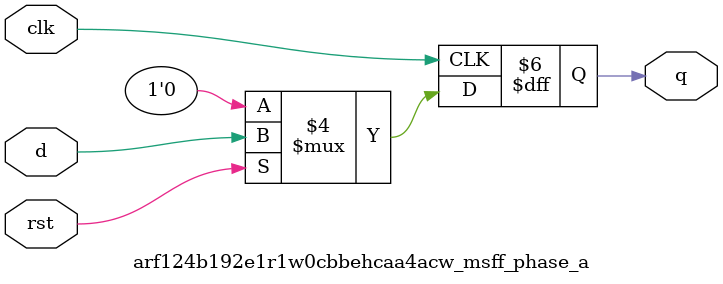
<source format=sv>
`ifndef ARF124B192E1R1W0CBBEHCAA4ACW_MSFF_PHASE_A_SV
`define ARF124B192E1R1W0CBBEHCAA4ACW_MSFF_PHASE_A_SV

module arf124b192e1r1w0cbbehcaa4acw_msff_phase_a #
(
  parameter DWIDTH = 1
)
(
  input  logic [DWIDTH-1:0] d,
  input  logic clk,
  input  logic rst,
  output logic [DWIDTH-1:0] q
);

always_ff @ (posedge clk) begin
  if (~rst) begin
    q <= '0;
  end
  else begin
    q <= d;
  end
end

endmodule // arf124b192e1r1w0cbbehcaa4acw_msff_phase_a

`endif // ARF124B192E1R1W0CBBEHCAA4ACW_MSFF_PHASE_A_SV
</source>
